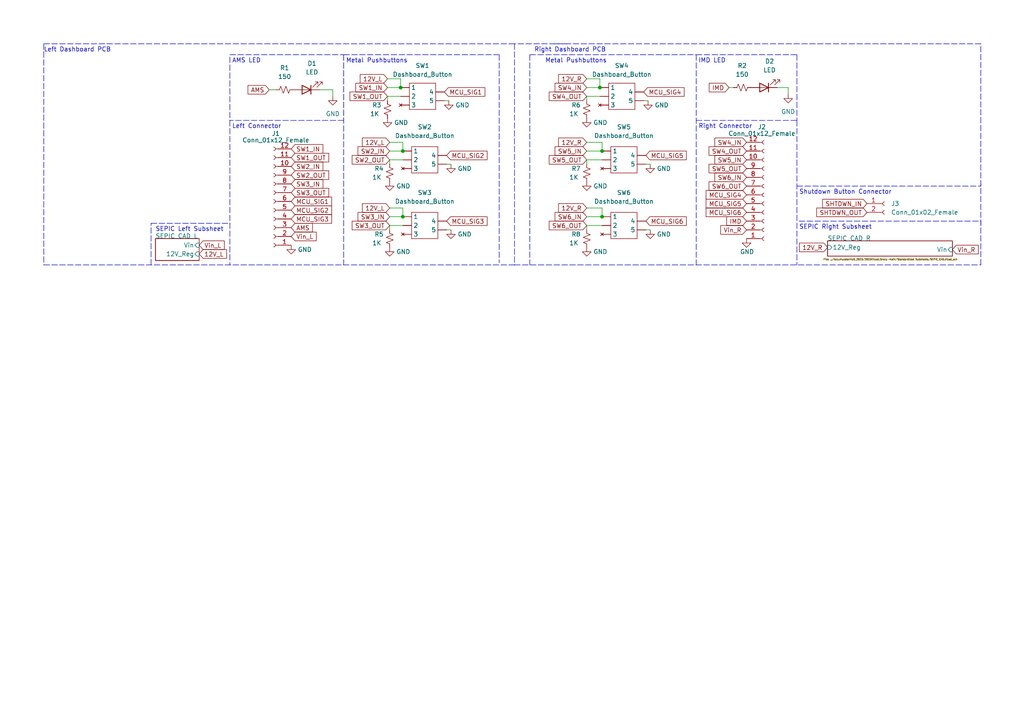
<source format=kicad_sch>
(kicad_sch (version 20211123) (generator eeschema)
  (paper "A4")
  (lib_symbols
    (symbol "Connector:Conn_01x02_Female" (pin_names (offset 1.016) hide)
      (property "Reference" "J" (at 0 2.54 0))
      (property "Value" "Conn_01x02_Female" (at 0 -5.08 0))
      (symbol "Conn_01x02_Female_1_1"
        (arc (start 0 -2.032) (mid -0.508 -2.54) (end 0 -3.048) (stroke (width 0.1524)))
        (polyline (pts (xy -1.27 -2.54) (xy -0.508 -2.54)) (stroke (width 0.1524)))
        (polyline (pts (xy -1.27 0) (xy -0.508 0)) (stroke (width 0.1524)))
        (arc (start 0 0.508) (mid -0.508 0) (end 0 -0.508) (stroke (width 0.1524)))
        (pin passive line (at -5.08 0 0) (length 3.81) (name "Pin_1") (number "1"))
        (pin passive line (at -5.08 -2.54 0) (length 3.81) (name "Pin_2") (number "2"))
      )
    )
    (symbol "Connector:Conn_01x12_Female" (pin_names (offset 1.016) hide)
      (property "Reference" "J" (at 0 15.24 0))
      (property "Value" "Conn_01x12_Female" (at 0 -17.78 0))
      (symbol "Conn_01x12_Female_1_1"
        (arc (start 0 -14.732) (mid -0.508 -15.24) (end 0 -15.748) (stroke (width 0.1524)))
        (arc (start 0 -12.192) (mid -0.508 -12.7) (end 0 -13.208) (stroke (width 0.1524)))
        (arc (start 0 -9.652) (mid -0.508 -10.16) (end 0 -10.668) (stroke (width 0.1524)))
        (arc (start 0 -7.112) (mid -0.508 -7.62) (end 0 -8.128) (stroke (width 0.1524)))
        (arc (start 0 -4.572) (mid -0.508 -5.08) (end 0 -5.588) (stroke (width 0.1524)))
        (arc (start 0 -2.032) (mid -0.508 -2.54) (end 0 -3.048) (stroke (width 0.1524)))
        (polyline (pts (xy -1.27 -15.24) (xy -0.508 -15.24)) (stroke (width 0.1524)))
        (polyline (pts (xy -1.27 -12.7) (xy -0.508 -12.7)) (stroke (width 0.1524)))
        (polyline (pts (xy -1.27 -10.16) (xy -0.508 -10.16)) (stroke (width 0.1524)))
        (polyline (pts (xy -1.27 -7.62) (xy -0.508 -7.62)) (stroke (width 0.1524)))
        (polyline (pts (xy -1.27 -5.08) (xy -0.508 -5.08)) (stroke (width 0.1524)))
        (polyline (pts (xy -1.27 -2.54) (xy -0.508 -2.54)) (stroke (width 0.1524)))
        (polyline (pts (xy -1.27 0) (xy -0.508 0)) (stroke (width 0.1524)))
        (polyline (pts (xy -1.27 2.54) (xy -0.508 2.54)) (stroke (width 0.1524)))
        (polyline (pts (xy -1.27 5.08) (xy -0.508 5.08)) (stroke (width 0.1524)))
        (polyline (pts (xy -1.27 7.62) (xy -0.508 7.62)) (stroke (width 0.1524)))
        (polyline (pts (xy -1.27 10.16) (xy -0.508 10.16)) (stroke (width 0.1524)))
        (polyline (pts (xy -1.27 12.7) (xy -0.508 12.7)) (stroke (width 0.1524)))
        (arc (start 0 0.508) (mid -0.508 0) (end 0 -0.508) (stroke (width 0.1524)))
        (arc (start 0 3.048) (mid -0.508 2.54) (end 0 2.032) (stroke (width 0.1524)))
        (arc (start 0 5.588) (mid -0.508 5.08) (end 0 4.572) (stroke (width 0.1524)))
        (arc (start 0 8.128) (mid -0.508 7.62) (end 0 7.112) (stroke (width 0.1524)))
        (arc (start 0 10.668) (mid -0.508 10.16) (end 0 9.652) (stroke (width 0.1524)))
        (arc (start 0 13.208) (mid -0.508 12.7) (end 0 12.192) (stroke (width 0.1524)))
        (pin passive line (at -5.08 12.7 0) (length 3.81) (name "Pin_1") (number "1"))
        (pin passive line (at -5.08 -10.16 0) (length 3.81) (name "Pin_10") (number "10"))
        (pin passive line (at -5.08 -12.7 0) (length 3.81) (name "Pin_11") (number "11"))
        (pin passive line (at -5.08 -15.24 0) (length 3.81) (name "Pin_12") (number "12"))
        (pin passive line (at -5.08 10.16 0) (length 3.81) (name "Pin_2") (number "2"))
        (pin passive line (at -5.08 7.62 0) (length 3.81) (name "Pin_3") (number "3"))
        (pin passive line (at -5.08 5.08 0) (length 3.81) (name "Pin_4") (number "4"))
        (pin passive line (at -5.08 2.54 0) (length 3.81) (name "Pin_5") (number "5"))
        (pin passive line (at -5.08 0 0) (length 3.81) (name "Pin_6") (number "6"))
        (pin passive line (at -5.08 -2.54 0) (length 3.81) (name "Pin_7") (number "7"))
        (pin passive line (at -5.08 -5.08 0) (length 3.81) (name "Pin_8") (number "8"))
        (pin passive line (at -5.08 -7.62 0) (length 3.81) (name "Pin_9") (number "9"))
      )
    )
    (symbol "Dashboard_Button_1"
      (property "Reference" "SW1" (at 0 9.525 0))
      (property "Value" "Dashboard_Button_1" (at 0 6.985 0))
      (symbol "Dashboard_Button_1_0_1"
        (rectangle (start -3.81 3.81) (end 3.81 -3.81))
      )
      (symbol "Dashboard_Button_1_1_1"
        (pin input line (at -6.35 2.54 0) (length 2.54) (name "1") (number ""))
        (pin input line (at -6.35 0 0) (length 2.54) (name "2") (number ""))
        (pin no_connect line (at -6.35 -2.54 0) (length 2.54) (name "3") (number ""))
        (pin input line (at 6.35 1.27 180) (length 2.54) (name "4") (number ""))
        (pin input line (at 6.35 -1.27 180) (length 2.54) (name "5") (number ""))
      )
    )
    (symbol "Device:LED" (pin_numbers hide) (pin_names (offset 1.016) hide)
      (property "Reference" "D" (at 0 2.54 0))
      (property "Value" "LED" (at 0 -2.54 0))
      (symbol "LED_0_1"
        (polyline (pts (xy -1.27 -1.27) (xy -1.27 1.27)) (stroke (width 0.254)))
        (polyline (pts (xy -1.27 0) (xy 1.27 0)))
        (polyline (pts (xy 1.27 -1.27) (xy 1.27 1.27) (xy -1.27 0) (xy 1.27 -1.27)) (stroke (width 0.254)))
        (polyline (pts (xy -3.048 -0.762) (xy -4.572 -2.286) (xy -3.81 -2.286) (xy -4.572 -2.286) (xy -4.572 -1.524)))
        (polyline (pts (xy -1.778 -0.762) (xy -3.302 -2.286) (xy -2.54 -2.286) (xy -3.302 -2.286) (xy -3.302 -1.524)))
      )
      (symbol "LED_1_1"
        (pin passive line (at -3.81 0 0) (length 2.54) (name "K") (number "1"))
        (pin passive line (at 3.81 0 180) (length 2.54) (name "A") (number "2"))
      )
    )
    (symbol "Device:R_Small_US" (pin_numbers hide) (pin_names (offset 0.254) hide)
      (property "Reference" "R" (at 0.762 0.508 0))
      (property "Value" "R_Small_US" (at 0.762 -1.016 0))
      (symbol "R_Small_US_1_1"
        (polyline (pts (xy 0 0) (xy 1.016 -0.381) (xy 0 -0.762) (xy -1.016 -1.143) (xy 0 -1.524)))
        (polyline (pts (xy 0 1.524) (xy 1.016 1.143) (xy 0 0.762) (xy -1.016 0.381) (xy 0 0)))
        (pin passive line (at 0 2.54 270) (length 1.016) (name "~") (number "1"))
        (pin passive line (at 0 -2.54 90) (length 1.016) (name "~") (number "2"))
      )
    )
    (symbol "power:GND" (power) (pin_names (offset 0))
      (property "Value" "GND" (at 0 -3.81 0))
      (symbol "GND_0_1"
        (polyline (pts (xy 0 0) (xy 0 -1.27) (xy 1.27 -1.27) (xy 0 -2.54) (xy -1.27 -1.27) (xy 0 -1.27)))
      )
      (symbol "GND_1_1"
        (pin power_in line (at 0 0 270) (length 0) hide (name "GND") (number "1"))
      )
    )
  )
  (junction (at 116.205 25.4))
  (junction (at 116.84 62.865))
  (junction (at 116.84 43.815))
  (junction (at 173.99 25.4))
  (junction (at 174.625 62.865))
  (junction (at 174.625 43.815))
  (polyline (pts (xy 284.48 76.835) (xy 284.48 12.7)))
  (polyline (pts (xy 66.675 15.875) (xy 99.695 15.875)))
  (wire (pts (xy 116.84 41.275) (xy 116.84 43.815)))
  (wire (pts (xy 228.6 27.305) (xy 228.6 25.4)))
  (wire (pts (xy 113.03 65.405) (xy 113.03 66.675)))
  (wire (pts (xy 228.6 25.4) (xy 225.425 25.4)))
  (wire (pts (xy 170.18 46.355) (xy 174.625 46.355)))
  (wire (pts (xy 113.03 62.865) (xy 116.84 62.865)))
  (wire (pts (xy 116.205 22.86) (xy 116.205 25.4)))
  (wire (pts (xy 113.03 46.355) (xy 116.84 46.355)))
  (polyline (pts (xy 12.7 12.7) (xy 149.225 12.7)))
  (wire (pts (xy 113.03 46.355) (xy 113.03 47.625)))
  (polyline (pts (xy 12.7 12.7) (xy 12.7 76.835)))
  (polyline (pts (xy 231.14 53.975) (xy 284.48 53.975)))
  (wire (pts (xy 78.105 26.035) (xy 80.01 26.035)))
  (wire (pts (xy 112.395 27.94) (xy 112.395 29.21)))
  (wire (pts (xy 130.175 29.21) (xy 128.905 29.21)))
  (wire (pts (xy 170.18 65.405) (xy 174.625 65.405)))
  (polyline (pts (xy 160.655 12.7) (xy 164.465 12.7)))
  (wire (pts (xy 112.395 22.86) (xy 116.205 22.86)))
  (polyline (pts (xy 99.695 15.875) (xy 99.695 76.835)))
  (polyline (pts (xy 43.815 76.835) (xy 43.815 64.77)))
  (polyline (pts (xy 153.67 15.875) (xy 201.93 15.875)))
  (wire (pts (xy 113.03 41.275) (xy 116.84 41.275)))
  (wire (pts (xy 173.99 22.86) (xy 173.99 25.4)))
  (wire (pts (xy 174.625 60.325) (xy 174.625 62.865)))
  (polyline (pts (xy 66.675 34.925) (xy 66.675 76.835)))
  (wire (pts (xy 170.18 27.94) (xy 173.99 27.94)))
  (wire (pts (xy 170.18 22.86) (xy 173.99 22.86)))
  (polyline (pts (xy 231.14 34.925) (xy 231.14 76.835)))
  (wire (pts (xy 174.625 41.275) (xy 174.625 43.815)))
  (wire (pts (xy 170.18 43.815) (xy 174.625 43.815)))
  (polyline (pts (xy 149.225 12.7) (xy 149.225 76.835)))
  (wire (pts (xy 113.03 43.815) (xy 116.84 43.815)))
  (polyline (pts (xy 231.775 64.135) (xy 284.48 64.135)))
  (wire (pts (xy 170.18 60.325) (xy 174.625 60.325)))
  (wire (pts (xy 113.03 60.325) (xy 116.84 60.325)))
  (wire (pts (xy 170.18 25.4) (xy 173.99 25.4)))
  (polyline (pts (xy 284.48 53.975) (xy 284.48 53.34)))
  (polyline (pts (xy 231.14 15.875) (xy 231.14 34.925)))
  (wire (pts (xy 112.395 25.4) (xy 116.205 25.4)))
  (wire (pts (xy 170.18 65.405) (xy 170.18 66.675)))
  (wire (pts (xy 170.18 46.355) (xy 170.18 47.625)))
  (polyline (pts (xy 99.695 34.925) (xy 66.675 34.925)))
  (wire (pts (xy 211.455 25.4) (xy 212.725 25.4)))
  (wire (pts (xy 130.81 66.675) (xy 129.54 66.675)))
  (wire (pts (xy 96.52 27.94) (xy 96.52 26.035)))
  (polyline (pts (xy 201.93 15.875) (xy 201.93 76.835)))
  (polyline (pts (xy 149.225 76.835) (xy 284.48 76.835)))
  (polyline (pts (xy 201.93 34.925) (xy 231.14 34.925)))
  (wire (pts (xy 188.595 47.625) (xy 187.325 47.625)))
  (wire (pts (xy 112.395 27.94) (xy 116.205 27.94)))
  (wire (pts (xy 113.03 65.405) (xy 116.84 65.405)))
  (wire (pts (xy 170.18 62.865) (xy 174.625 62.865)))
  (wire (pts (xy 96.52 26.035) (xy 92.71 26.035)))
  (polyline (pts (xy 284.48 12.7) (xy 149.225 12.7)))
  (polyline (pts (xy 12.7 76.835) (xy 149.225 76.835)))
  (wire (pts (xy 170.18 27.94) (xy 170.18 29.21)))
  (polyline (pts (xy 201.93 15.875) (xy 231.14 15.875)))
  (wire (pts (xy 187.96 29.21) (xy 186.69 29.21)))
  (polyline (pts (xy 43.815 64.77) (xy 66.675 64.77)))
  (wire (pts (xy 130.81 47.625) (xy 129.54 47.625)))
  (polyline (pts (xy 99.695 15.875) (xy 99.695 34.925)))
  (wire (pts (xy 170.18 41.275) (xy 174.625 41.275)))
  (polyline (pts (xy 66.675 16.51) (xy 66.675 34.925)))
  (polyline (pts (xy 153.67 15.875) (xy 153.67 76.835)))
  (polyline (pts (xy 144.78 15.875) (xy 144.78 76.2)))
  (polyline (pts (xy 284.48 64.135) (xy 284.48 65.405)))
  (wire (pts (xy 116.84 60.325) (xy 116.84 62.865)))
  (wire (pts (xy 188.595 66.675) (xy 187.325 66.675)))
  (polyline (pts (xy 99.695 15.875) (xy 144.78 15.875)))
  (text "Shutdown Button Connector" (at 231.775 56.515 0) (effects (font (size 1.27 1.27)) (justify left bottom)))
  (text "Left Dashboard PCB\n" (at 12.7 15.24 0) (effects (font (size 1.27 1.27)) (justify left bottom)))
  (text "AMS LED" (at 67.31 18.415 0) (effects (font (size 1.27 1.27)) (justify left bottom)))
  (text "IMD LED" (at 202.565 18.415 0) (effects (font (size 1.27 1.27)) (justify left bottom)))
  (text "Right Dashboard PCB\n" (at 154.94 15.24 0) (effects (font (size 1.27 1.27)) (justify left bottom)))
  (text "Right Connector\n" (at 202.565 37.465 0) (effects (font (size 1.27 1.27)) (justify left bottom)))
  (text "Left Connector" (at 67.31 37.465 0) (effects (font (size 1.27 1.27)) (justify left bottom)))
  (text "SEPIC Right Subsheet" (at 231.775 66.675 0) (effects (font (size 1.27 1.27)) (justify left bottom)))
  (text "SEPIC Left Subsheet" (at 45.085 67.31 0) (effects (font (size 1.27 1.27)) (justify left bottom)))
  (text "Metal Pushbuttons" (at 100.33 18.415 0) (effects (font (size 1.27 1.27)) (justify left bottom)))
  (text "Metal Pushbuttons" (at 158.115 18.415 0) (effects (font (size 1.27 1.27)) (justify left bottom)))
  (global_label "Vin_L" (shape input) (at 84.455 68.58 0) (property "Intersheet References" "${INTERSHEET_REFS}" (effects hide)))
  (global_label "AMS" (shape input) (at 84.455 66.04 0) (property "Intersheet References" "${INTERSHEET_REFS}" (effects hide)))
  (global_label "12V_R" (shape input) (at 170.18 41.275 180) (property "Intersheet References" "${INTERSHEET_REFS}" (effects hide)))
  (global_label "MCU_SIG2" (shape input) (at 129.54 45.085 0) (property "Intersheet References" "${INTERSHEET_REFS}" (effects hide)))
  (global_label "SW4_OUT" (shape input) (at 170.18 27.94 180) (property "Intersheet References" "${INTERSHEET_REFS}" (effects hide)))
  (global_label "MCU_SIG2" (shape input) (at 84.455 60.96 0) (property "Intersheet References" "${INTERSHEET_REFS}" (effects hide)))
  (global_label "IMD" (shape input) (at 211.455 25.4 180) (property "Intersheet References" "${INTERSHEET_REFS}" (effects hide)))
  (global_label "SW4_IN" (shape input) (at 170.18 25.4 180) (property "Intersheet References" "${INTERSHEET_REFS}" (effects hide)))
  (global_label "SW5_OUT" (shape input) (at 216.535 48.895 180) (property "Intersheet References" "${INTERSHEET_REFS}" (effects hide)))
  (global_label "SW4_IN" (shape input) (at 216.535 41.275 180) (property "Intersheet References" "${INTERSHEET_REFS}" (effects hide)))
  (global_label "SW2_IN" (shape input) (at 113.03 43.815 180) (property "Intersheet References" "${INTERSHEET_REFS}" (effects hide)))
  (global_label "MCU_SIG5" (shape input) (at 216.535 59.055 180) (property "Intersheet References" "${INTERSHEET_REFS}" (effects hide)))
  (global_label "Vin_L" (shape input) (at 57.785 71.12 0) (property "Intersheet References" "${INTERSHEET_REFS}" (effects hide)))
  (global_label "12V_L" (shape input) (at 112.395 22.86 180) (property "Intersheet References" "${INTERSHEET_REFS}" (effects hide)))
  (global_label "SW6_IN" (shape input) (at 170.18 62.865 180) (property "Intersheet References" "${INTERSHEET_REFS}" (effects hide)))
  (global_label "SW1_IN" (shape input) (at 84.455 43.18 0) (property "Intersheet References" "${INTERSHEET_REFS}" (effects hide)))
  (global_label "MCU_SIG1" (shape input) (at 128.905 26.67 0) (property "Intersheet References" "${INTERSHEET_REFS}" (effects hide)))
  (global_label "SW5_OUT" (shape input) (at 170.18 46.355 180) (property "Intersheet References" "${INTERSHEET_REFS}" (effects hide)))
  (global_label "SW2_OUT" (shape input) (at 84.455 50.8 0) (property "Intersheet References" "${INTERSHEET_REFS}" (effects hide)))
  (global_label "SW3_IN" (shape input) (at 84.455 53.34 0) (property "Intersheet References" "${INTERSHEET_REFS}" (effects hide)))
  (global_label "SW6_OUT" (shape input) (at 170.18 65.405 180) (property "Intersheet References" "${INTERSHEET_REFS}" (effects hide)))
  (global_label "MCU_SIG6" (shape input) (at 216.535 61.595 180) (property "Intersheet References" "${INTERSHEET_REFS}" (effects hide)))
  (global_label "SW3_IN" (shape input) (at 113.03 62.865 180) (property "Intersheet References" "${INTERSHEET_REFS}" (effects hide)))
  (global_label "SW1_OUT" (shape input) (at 112.395 27.94 180) (property "Intersheet References" "${INTERSHEET_REFS}" (effects hide)))
  (global_label "12V_L" (shape input) (at 113.03 41.275 180) (property "Intersheet References" "${INTERSHEET_REFS}" (effects hide)))
  (global_label "SW6_IN" (shape input) (at 216.535 51.435 180) (property "Intersheet References" "${INTERSHEET_REFS}" (effects hide)))
  (global_label "SW3_OUT" (shape input) (at 84.455 55.88 0) (property "Intersheet References" "${INTERSHEET_REFS}" (effects hide)))
  (global_label "SHTDWN_IN" (shape input) (at 251.46 59.055 180) (property "Intersheet References" "${INTERSHEET_REFS}" (effects hide)))
  (global_label "12V_R" (shape input) (at 170.18 22.86 180) (property "Intersheet References" "${INTERSHEET_REFS}" (effects hide)))
  (global_label "SW5_IN" (shape input) (at 216.535 46.355 180) (property "Intersheet References" "${INTERSHEET_REFS}" (effects hide)))
  (global_label "SW1_IN" (shape input) (at 112.395 25.4 180) (property "Intersheet References" "${INTERSHEET_REFS}" (effects hide)))
  (global_label "SW2_OUT" (shape input) (at 113.03 46.355 180) (property "Intersheet References" "${INTERSHEET_REFS}" (effects hide)))
  (global_label "AMS" (shape input) (at 78.105 26.035 180) (property "Intersheet References" "${INTERSHEET_REFS}" (effects hide)))
  (global_label "MCU_SIG3" (shape input) (at 129.54 64.135 0) (property "Intersheet References" "${INTERSHEET_REFS}" (effects hide)))
  (global_label "MCU_SIG3" (shape input) (at 84.455 63.5 0) (property "Intersheet References" "${INTERSHEET_REFS}" (effects hide)))
  (global_label "SHTDWN_OUT" (shape input) (at 251.46 61.595 180) (property "Intersheet References" "${INTERSHEET_REFS}" (effects hide)))
  (global_label "IMD" (shape input) (at 216.535 64.135 180) (property "Intersheet References" "${INTERSHEET_REFS}" (effects hide)))
  (global_label "SW5_IN" (shape input) (at 170.18 43.815 180) (property "Intersheet References" "${INTERSHEET_REFS}" (effects hide)))
  (global_label "MCU_SIG5" (shape input) (at 187.325 45.085 0) (property "Intersheet References" "${INTERSHEET_REFS}" (effects hide)))
  (global_label "MCU_SIG1" (shape input) (at 84.455 58.42 0) (property "Intersheet References" "${INTERSHEET_REFS}" (effects hide)))
  (global_label "Vin_R" (shape input) (at 216.535 66.675 180) (property "Intersheet References" "${INTERSHEET_REFS}" (effects hide)))
  (global_label "Vin_R" (shape input) (at 276.225 72.39 0) (property "Intersheet References" "${INTERSHEET_REFS}" (effects hide)))
  (global_label "MCU_SIG4" (shape input) (at 186.69 26.67 0) (property "Intersheet References" "${INTERSHEET_REFS}" (effects hide)))
  (global_label "12V_R" (shape input) (at 170.18 60.325 180) (property "Intersheet References" "${INTERSHEET_REFS}" (effects hide)))
  (global_label "SW2_IN" (shape input) (at 84.455 48.26 0) (property "Intersheet References" "${INTERSHEET_REFS}" (effects hide)))
  (global_label "12V_L" (shape input) (at 113.03 60.325 180) (property "Intersheet References" "${INTERSHEET_REFS}" (effects hide)))
  (global_label "SW3_OUT" (shape input) (at 113.03 65.405 180) (property "Intersheet References" "${INTERSHEET_REFS}" (effects hide)))
  (global_label "SW4_OUT" (shape input) (at 216.535 43.815 180) (property "Intersheet References" "${INTERSHEET_REFS}" (effects hide)))
  (global_label "MCU_SIG6" (shape input) (at 187.325 64.135 0) (property "Intersheet References" "${INTERSHEET_REFS}" (effects hide)))
  (global_label "SW1_OUT" (shape input) (at 84.455 45.72 0) (property "Intersheet References" "${INTERSHEET_REFS}" (effects hide)))
  (global_label "SW6_OUT" (shape input) (at 216.535 53.975 180) (property "Intersheet References" "${INTERSHEET_REFS}" (effects hide)))
  (global_label "MCU_SIG4" (shape input) (at 216.535 56.515 180) (property "Intersheet References" "${INTERSHEET_REFS}" (effects hide)))
  (global_label "12V_L" (shape input) (at 57.785 73.66 0) (property "Intersheet References" "${INTERSHEET_REFS}" (effects hide)))
  (global_label "12V_R" (shape input) (at 240.03 71.755 180) (property "Intersheet References" "${INTERSHEET_REFS}" (effects hide)))
  (symbol (lib_id "Connector:Conn_01x12_Female") (at 79.375 58.42 180) (unit 1)
    (property "Reference" "J1" (at 80.01 38.735 0))
    (property "Value" "Conn_01x12_Female" (at 80.01 40.64 0))
  )
  (symbol (lib_id "power:GND") (at 113.03 71.755 0) (unit 1)
    (property "Reference" "#PWR?" (effects hide))
    (property "Value" "GND" (at 114.935 73.0249 0) (effects (justify left)))
  )
  (symbol (lib_id "power:GND") (at 216.535 69.215 0) (unit 1)
    (property "Reference" "#PWR?" (effects hide))
    (property "Value" "GND" (at 214.63 73.025 0) (effects (justify left)))
  )
  (symbol (lib_id "power:GND") (at 170.18 71.755 0) (unit 1)
    (property "Reference" "#PWR?" (effects hide))
    (property "Value" "GND" (at 172.085 73.0249 0) (effects (justify left)))
  )
  (symbol (lib_id "Device:R_Small_US") (at 170.18 69.215 180) (unit 1)
    (property "Reference" "R8" (at 165.735 67.945 0) (effects (justify right)))
    (property "Value" "1K" (at 165.1 70.485 0) (effects (justify right)))
    (property "Footprint" "Resistor_SMD:R_0201_0603Metric" (effects hide))
    (property "Datasheet" "https://www.mouser.com/datasheet/2/427/dcrcw-1762150.pdf" (effects hide))
  )
  (symbol (lib_id "power:GND") (at 188.595 47.625 0) (unit 1)
    (property "Reference" "#PWR?" (effects hide))
    (property "Value" "GND" (at 190.5 48.8949 0) (effects (justify left)))
  )
  (symbol (lib_id "power:GND") (at 84.455 71.12 0) (unit 1)
    (property "Reference" "#PWR?" (effects hide))
    (property "Value" "GND" (at 86.36 72.3899 0) (effects (justify left)))
  )
  (symbol (lib_id "Device:R_Small_US") (at 215.265 25.4 90) (unit 1)
    (property "Reference" "R2" (at 215.265 19.05 90))
    (property "Value" "150" (at 215.265 21.59 90))
    (property "Footprint" "Resistor_SMD:R_0201_0603Metric" (effects hide))
    (property "Datasheet" "https://www.mouser.com/datasheet/2/427/dcrcw-1762150.pdf" (effects hide))
  )
  (symbol (lib_name "Dashboard_Button_1") (lib_id "Dashboard:Dashboard_Button") (at 122.555 27.94 0) (unit 1)
    (property "Reference" "SW1" (at 122.555 19.05 0))
    (property "Value" "Dashboard_Button" (at 122.555 21.59 0))
    (property "Footprint" "Dashboard_LED:Dashboard_Btn" (effects hide))
    (property "Datasheet" "http://cdn.sparkfun.com/datasheets/Components/Switches/com-11966.pdf" (effects hide))
  )
  (symbol (lib_id "power:GND") (at 112.395 34.29 0) (unit 1)
    (property "Reference" "#PWR?" (effects hide))
    (property "Value" "GND" (at 114.3 35.5599 0) (effects (justify left)))
  )
  (symbol (lib_id "power:GND") (at 130.175 29.21 0) (unit 1)
    (property "Reference" "#PWR?" (effects hide))
    (property "Value" "GND" (at 132.08 30.4799 0) (effects (justify left)))
  )
  (symbol (lib_id "Connector:Conn_01x02_Female") (at 256.54 59.055 0) (unit 1)
    (property "Reference" "J3" (at 258.445 59.0549 0) (effects (justify left)))
    (property "Value" "Conn_01x02_Female" (at 258.445 61.5949 0) (effects (justify left)))
  )
  (symbol (lib_id "power:GND") (at 170.18 52.705 0) (unit 1)
    (property "Reference" "#PWR?" (effects hide))
    (property "Value" "GND" (at 172.085 53.9749 0) (effects (justify left)))
  )
  (symbol (lib_id "power:GND") (at 130.81 66.675 0) (unit 1)
    (property "Reference" "#PWR?" (effects hide))
    (property "Value" "GND" (at 132.715 67.9449 0) (effects (justify left)))
  )
  (symbol (lib_name "Dashboard_Button_1") (lib_id "Dashboard:Dashboard_Button") (at 180.975 46.355 0) (unit 1)
    (property "Reference" "SW5" (at 180.975 36.83 0))
    (property "Value" "Dashboard_Button" (at 180.975 39.37 0))
    (property "Footprint" "Dashboard_LED:Dashboard_Btn" (effects hide))
    (property "Datasheet" "http://cdn.sparkfun.com/datasheets/Components/Switches/com-11966.pdf" (effects hide))
  )
  (symbol (lib_id "Device:LED") (at 221.615 25.4 180) (unit 1)
    (property "Reference" "D2" (at 223.2025 17.78 0))
    (property "Value" "LED" (at 223.2025 20.32 0))
    (property "Footprint" "Dashboard_LED:LEDC1608X80N" (effects hide))
    (property "Datasheet" "https://www.mouser.com/datasheet/2/445/150060RS75003-2907515.pdf" (effects hide))
  )
  (symbol (lib_id "power:GND") (at 170.18 34.29 0) (unit 1)
    (property "Reference" "#PWR?" (effects hide))
    (property "Value" "GND" (at 172.085 35.5599 0) (effects (justify left)))
  )
  (symbol (lib_id "power:GND") (at 113.03 52.705 0) (unit 1)
    (property "Reference" "#PWR?" (effects hide))
    (property "Value" "GND" (at 114.935 53.9749 0) (effects (justify left)))
  )
  (symbol (lib_name "Dashboard_Button_1") (lib_id "Dashboard:Dashboard_Button") (at 180.34 27.94 0) (unit 1)
    (property "Reference" "SW4" (at 180.34 19.05 0))
    (property "Value" "Dashboard_Button" (at 180.34 21.59 0))
    (property "Footprint" "Dashboard_LED:Dashboard_Btn" (effects hide))
    (property "Datasheet" "http://cdn.sparkfun.com/datasheets/Components/Switches/com-11966.pdf" (effects hide))
  )
  (symbol (lib_id "Device:R_Small_US") (at 82.55 26.035 90) (unit 1)
    (property "Reference" "R1" (at 82.55 19.685 90))
    (property "Value" "150" (at 82.55 22.225 90))
    (property "Footprint" "Resistor_SMD:R_0201_0603Metric" (effects hide))
    (property "Datasheet" "https://www.mouser.com/datasheet/2/427/dcrcw-1762150.pdf" (effects hide))
  )
  (symbol (lib_name "Dashboard_Button_1") (lib_id "Dashboard:Dashboard_Button") (at 180.975 65.405 0) (unit 1)
    (property "Reference" "SW6" (at 180.975 55.88 0))
    (property "Value" "Dashboard_Button" (at 180.975 58.42 0))
    (property "Footprint" "Dashboard_LED:Dashboard_Btn" (effects hide))
    (property "Datasheet" "http://cdn.sparkfun.com/datasheets/Components/Switches/com-11966.pdf" (effects hide))
  )
  (symbol (lib_id "Device:R_Small_US") (at 113.03 69.215 180) (unit 1)
    (property "Reference" "R5" (at 108.585 67.945 0) (effects (justify right)))
    (property "Value" "1K" (at 107.95 70.485 0) (effects (justify right)))
    (property "Footprint" "Resistor_SMD:R_0201_0603Metric" (effects hide))
    (property "Datasheet" "https://www.mouser.com/datasheet/2/427/dcrcw-1762150.pdf" (effects hide))
  )
  (symbol (lib_id "Device:R_Small_US") (at 112.395 31.75 180) (unit 1)
    (property "Reference" "R3" (at 107.95 30.48 0) (effects (justify right)))
    (property "Value" "1K" (at 107.315 33.02 0) (effects (justify right)))
    (property "Footprint" "Resistor_SMD:R_0201_0603Metric" (effects hide))
    (property "Datasheet" "https://www.mouser.com/datasheet/2/427/dcrcw-1762150.pdf" (effects hide))
  )
  (symbol (lib_id "power:GND") (at 130.81 47.625 0) (unit 1)
    (property "Reference" "#PWR?" (effects hide))
    (property "Value" "GND" (at 132.715 48.8949 0) (effects (justify left)))
  )
  (symbol (lib_id "Connector:Conn_01x12_Female") (at 221.615 56.515 0) (mirror x) (unit 1)
    (property "Reference" "J2" (at 220.98 36.83 0))
    (property "Value" "Conn_01x12_Female" (at 220.98 38.735 0))
  )
  (symbol (lib_id "power:GND") (at 96.52 27.94 0) (unit 1)
    (property "Reference" "#PWR?" (effects hide))
    (property "Value" "GND" (at 96.52 33.02 0))
  )
  (symbol (lib_name "Dashboard_Button_1") (lib_id "Dashboard:Dashboard_Button") (at 123.19 46.355 0) (unit 1)
    (property "Reference" "SW2" (at 123.19 36.83 0))
    (property "Value" "Dashboard_Button" (at 123.19 39.37 0))
    (property "Footprint" "Dashboard_LED:Dashboard_Btn" (effects hide))
    (property "Datasheet" "http://cdn.sparkfun.com/datasheets/Components/Switches/com-11966.pdf" (effects hide))
  )
  (symbol (lib_id "Device:R_Small_US") (at 170.18 31.75 180) (unit 1)
    (property "Reference" "R6" (at 165.735 30.48 0) (effects (justify right)))
    (property "Value" "1K" (at 165.1 33.02 0) (effects (justify right)))
    (property "Footprint" "Resistor_SMD:R_0201_0603Metric" (effects hide))
    (property "Datasheet" "https://www.mouser.com/datasheet/2/427/dcrcw-1762150.pdf" (effects hide))
  )
  (symbol (lib_id "Device:R_Small_US") (at 113.03 50.165 180) (unit 1)
    (property "Reference" "R4" (at 108.585 48.895 0) (effects (justify right)))
    (property "Value" "1K" (at 107.95 51.435 0) (effects (justify right)))
    (property "Footprint" "Resistor_SMD:R_0201_0603Metric" (effects hide))
    (property "Datasheet" "https://www.mouser.com/datasheet/2/427/dcrcw-1762150.pdf" (effects hide))
  )
  (symbol (lib_id "power:GND") (at 228.6 27.305 0) (unit 1)
    (property "Reference" "#PWR?" (effects hide))
    (property "Value" "GND" (at 228.6 32.385 0))
  )
  (symbol (lib_id "Device:R_Small_US") (at 170.18 50.165 180) (unit 1)
    (property "Reference" "R7" (at 165.735 48.895 0) (effects (justify right)))
    (property "Value" "1K" (at 165.1 51.435 0) (effects (justify right)))
    (property "Footprint" "Resistor_SMD:R_0201_0603Metric" (effects hide))
    (property "Datasheet" "https://www.mouser.com/datasheet/2/427/dcrcw-1762150.pdf" (effects hide))
  )
  (symbol (lib_name "Dashboard_Button_1") (lib_id "Dashboard:Dashboard_Button") (at 123.19 65.405 0) (unit 1)
    (property "Reference" "SW3" (at 123.19 55.88 0))
    (property "Value" "Dashboard_Button" (at 123.19 58.42 0))
    (property "Footprint" "Dashboard_LED:Dashboard_Btn" (effects hide))
    (property "Datasheet" "http://cdn.sparkfun.com/datasheets/Components/Switches/com-11966.pdf" (effects hide))
  )
  (symbol (lib_id "Device:LED") (at 88.9 26.035 180) (unit 1)
    (property "Reference" "D1" (at 90.4875 18.415 0))
    (property "Value" "LED" (at 90.4875 20.955 0))
    (property "Footprint" "Dashboard_LED:LEDC1608X80N" (effects hide))
    (property "Datasheet" "https://www.mouser.com/datasheet/2/445/150060RS75003-2907515.pdf" (effects hide))
  )
  (symbol (lib_id "power:GND") (at 187.96 29.21 0) (unit 1)
    (property "Reference" "#PWR?" (effects hide))
    (property "Value" "GND" (at 189.865 30.4799 0) (effects (justify left)))
  )
  (symbol (lib_id "power:GND") (at 188.595 66.675 0) (unit 1)
    (property "Reference" "#PWR?" (effects hide))
    (property "Value" "GND" (at 190.5 67.9449 0) (effects (justify left)))
  )
  (sheet (at 240.03 69.85) (size 36.195 4.445) (stroke (width 0.1524))
    (property "Sheet name" "SEPIC_CAD_R" (at 240.03 69.85 0) (effects (justify left bottom)))
    (property "Sheet file" "../AccumulatorHUD_2023/2023KicadLibrary-main/Standardized Subsheets/SEPIC_CAD.kicad_sch" (at 238.76 74.93 0) (effects (font (size 0.5 0.5)) (justify left top)))
    (pin "Vin" input (at 276.225 72.39 0))
    (pin "12V_Reg" input (at 240.03 71.755 180))
  )
  (sheet (at 45.085 69.215) (size 12.7 6.35) (stroke (width 0.1524))
    (property "Sheet name" "SEPIC_CAD_L" (at 45.085 69.215 0) (effects (justify left bottom)))
    (property "Sheet file" "../AccumulatorHUD_2023/2023KicadLibrary-main/Standardized Subsheets/SEPIC_CAD.kicad_sch" (effects hide))
    (pin "Vin" input (at 57.785 71.12 0))
    (pin "12V_Reg" input (at 57.785 73.66 0))
  )
)
</source>
